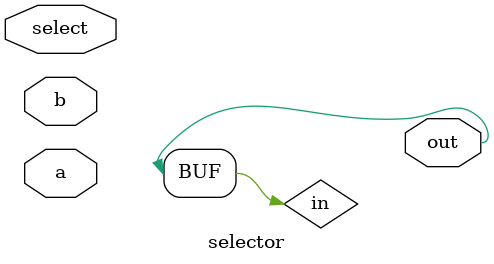
<source format=sv>
module selector(
    input wire a, b, select,
    output reg out
);
    
    assign out = in;
endmodule

</source>
